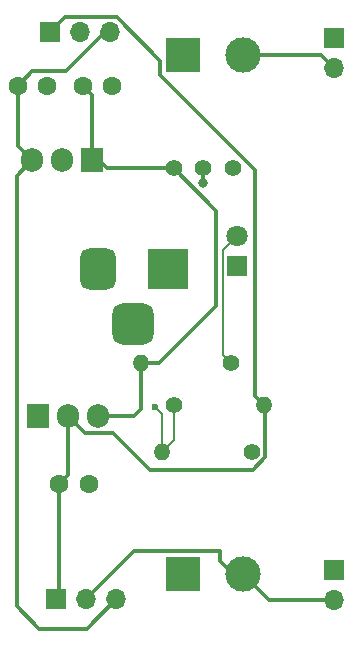
<source format=gtl>
%TF.GenerationSoftware,KiCad,Pcbnew,8.0.8*%
%TF.CreationDate,2025-02-11T08:07:39+05:30*%
%TF.ProjectId,bread_board_PS,62726561-645f-4626-9f61-72645f50532e,v0.1*%
%TF.SameCoordinates,Original*%
%TF.FileFunction,Copper,L1,Top*%
%TF.FilePolarity,Positive*%
%FSLAX46Y46*%
G04 Gerber Fmt 4.6, Leading zero omitted, Abs format (unit mm)*
G04 Created by KiCad (PCBNEW 8.0.8) date 2025-02-11 08:07:39*
%MOMM*%
%LPD*%
G01*
G04 APERTURE LIST*
G04 Aperture macros list*
%AMRoundRect*
0 Rectangle with rounded corners*
0 $1 Rounding radius*
0 $2 $3 $4 $5 $6 $7 $8 $9 X,Y pos of 4 corners*
0 Add a 4 corners polygon primitive as box body*
4,1,4,$2,$3,$4,$5,$6,$7,$8,$9,$2,$3,0*
0 Add four circle primitives for the rounded corners*
1,1,$1+$1,$2,$3*
1,1,$1+$1,$4,$5*
1,1,$1+$1,$6,$7*
1,1,$1+$1,$8,$9*
0 Add four rect primitives between the rounded corners*
20,1,$1+$1,$2,$3,$4,$5,0*
20,1,$1+$1,$4,$5,$6,$7,0*
20,1,$1+$1,$6,$7,$8,$9,0*
20,1,$1+$1,$8,$9,$2,$3,0*%
G04 Aperture macros list end*
%TA.AperFunction,ComponentPad*%
%ADD10R,3.000000X3.000000*%
%TD*%
%TA.AperFunction,ComponentPad*%
%ADD11C,3.000000*%
%TD*%
%TA.AperFunction,ComponentPad*%
%ADD12C,1.400000*%
%TD*%
%TA.AperFunction,ComponentPad*%
%ADD13O,1.400000X1.400000*%
%TD*%
%TA.AperFunction,ComponentPad*%
%ADD14R,1.700000X1.700000*%
%TD*%
%TA.AperFunction,ComponentPad*%
%ADD15O,1.700000X1.700000*%
%TD*%
%TA.AperFunction,ComponentPad*%
%ADD16R,1.905000X2.000000*%
%TD*%
%TA.AperFunction,ComponentPad*%
%ADD17O,1.905000X2.000000*%
%TD*%
%TA.AperFunction,ComponentPad*%
%ADD18C,1.600000*%
%TD*%
%TA.AperFunction,ComponentPad*%
%ADD19C,1.397000*%
%TD*%
%TA.AperFunction,ComponentPad*%
%ADD20R,3.500000X3.500000*%
%TD*%
%TA.AperFunction,ComponentPad*%
%ADD21RoundRect,0.750000X-0.750000X-1.000000X0.750000X-1.000000X0.750000X1.000000X-0.750000X1.000000X0*%
%TD*%
%TA.AperFunction,ComponentPad*%
%ADD22RoundRect,0.875000X-0.875000X-0.875000X0.875000X-0.875000X0.875000X0.875000X-0.875000X0.875000X0*%
%TD*%
%TA.AperFunction,ComponentPad*%
%ADD23R,1.800000X1.800000*%
%TD*%
%TA.AperFunction,ComponentPad*%
%ADD24C,1.800000*%
%TD*%
%TA.AperFunction,ViaPad*%
%ADD25C,0.800000*%
%TD*%
%TA.AperFunction,ViaPad*%
%ADD26C,0.600000*%
%TD*%
%TA.AperFunction,Conductor*%
%ADD27C,0.350000*%
%TD*%
%TA.AperFunction,Conductor*%
%ADD28C,0.200000*%
%TD*%
G04 APERTURE END LIST*
D10*
%TO.P,J9,1,Pin_1*%
%TO.N,GND*%
X143250000Y-29950000D03*
D11*
%TO.P,J9,2,Pin_2*%
%TO.N,/PWR_output2*%
X148330000Y-29950000D03*
%TD*%
D12*
%TO.P,R2,1*%
%TO.N,Net-(U2-ADJ)*%
X142470000Y-59525000D03*
D13*
%TO.P,R2,2*%
%TO.N,/3.3V*%
X150090000Y-59525000D03*
%TD*%
D14*
%TO.P,J2,1,Pin_1*%
%TO.N,GND*%
X156000000Y-28500000D03*
D15*
%TO.P,J2,2,Pin_2*%
%TO.N,/PWR_output2*%
X156000000Y-31040000D03*
%TD*%
D16*
%TO.P,U1,1,VI*%
%TO.N,/12V*%
X135540000Y-38830000D03*
D17*
%TO.P,U1,2,GND*%
%TO.N,GND*%
X133000000Y-38830000D03*
%TO.P,U1,3,VO*%
%TO.N,/5V*%
X130460000Y-38830000D03*
%TD*%
D14*
%TO.P,J1,1,Pin_1*%
%TO.N,GND*%
X156000000Y-73500000D03*
D15*
%TO.P,J1,2,Pin_2*%
%TO.N,/PWR_output1*%
X156000000Y-76040000D03*
%TD*%
D12*
%TO.P,R1,1*%
%TO.N,Net-(D1-A)*%
X147310000Y-56000000D03*
D13*
%TO.P,R1,2*%
%TO.N,/12V*%
X139690000Y-56000000D03*
%TD*%
D18*
%TO.P,C2,1*%
%TO.N,/5V*%
X129250000Y-32525000D03*
%TO.P,C2,2*%
%TO.N,GND*%
X131750000Y-32525000D03*
%TD*%
D16*
%TO.P,U2,1,ADJ*%
%TO.N,Net-(U2-ADJ)*%
X130960000Y-60470000D03*
D17*
%TO.P,U2,2,VO*%
%TO.N,/3.3V*%
X133500000Y-60470000D03*
%TO.P,U2,3,VI*%
%TO.N,/12V*%
X136040000Y-60470000D03*
%TD*%
D14*
%TO.P,J5,1,Pin_1*%
%TO.N,/3.3V*%
X132000000Y-28000000D03*
D15*
%TO.P,J5,2,Pin_2*%
%TO.N,/PWR_output2*%
X134540000Y-28000000D03*
%TO.P,J5,3,Pin_3*%
%TO.N,/5V*%
X137080000Y-28000000D03*
%TD*%
D14*
%TO.P,J4,1,Pin_1*%
%TO.N,/3.3V*%
X132475000Y-76025000D03*
D15*
%TO.P,J4,2,Pin_2*%
%TO.N,/PWR_output1*%
X135015000Y-76025000D03*
%TO.P,J4,3,Pin_3*%
%TO.N,/5V*%
X137555000Y-76025000D03*
%TD*%
D19*
%TO.P,S1,1*%
%TO.N,/12V*%
X142430900Y-39525000D03*
%TO.P,S1,2*%
%TO.N,/PWR_input*%
X144930900Y-39525000D03*
%TO.P,S1,3*%
%TO.N,unconnected-(S1-Pad3)*%
X147430900Y-39525000D03*
%TD*%
D18*
%TO.P,C1,1*%
%TO.N,/12V*%
X134750000Y-32525000D03*
%TO.P,C1,2*%
%TO.N,GND*%
X137250000Y-32525000D03*
%TD*%
D20*
%TO.P,J8,1*%
%TO.N,/PWR_input*%
X142000000Y-48042500D03*
D21*
%TO.P,J8,2*%
%TO.N,GND*%
X136000000Y-48042500D03*
D22*
%TO.P,J8,3*%
X139000000Y-52742500D03*
%TD*%
D10*
%TO.P,J7,1,Pin_1*%
%TO.N,GND*%
X143250000Y-73875000D03*
D11*
%TO.P,J7,2,Pin_2*%
%TO.N,/PWR_output1*%
X148330000Y-73875000D03*
%TD*%
D18*
%TO.P,C3,1*%
%TO.N,/3.3V*%
X132750000Y-66275000D03*
%TO.P,C3,2*%
%TO.N,GND*%
X135250000Y-66275000D03*
%TD*%
D12*
%TO.P,R3,1*%
%TO.N,GND*%
X149060000Y-63525000D03*
D13*
%TO.P,R3,2*%
%TO.N,Net-(U2-ADJ)*%
X141440000Y-63525000D03*
%TD*%
D23*
%TO.P,D1,1,K*%
%TO.N,GND*%
X147830000Y-47800000D03*
D24*
%TO.P,D1,2,A*%
%TO.N,Net-(D1-A)*%
X147830000Y-45260000D03*
%TD*%
D25*
%TO.N,/PWR_input*%
X144900000Y-40800000D03*
D26*
%TO.N,Net-(U2-ADJ)*%
X140855649Y-59755649D03*
%TD*%
D27*
%TO.N,/PWR_output1*%
X146405000Y-72798528D02*
X147905736Y-74299264D01*
X146405000Y-71950000D02*
X146405000Y-72798528D01*
X156000000Y-76040000D02*
X150495000Y-76040000D01*
X150495000Y-76040000D02*
X148754264Y-74299264D01*
%TO.N,/PWR_output2*%
X148330000Y-29950000D02*
X154910000Y-29950000D01*
%TO.N,/12V*%
X135540000Y-38830000D02*
X136112000Y-38830000D01*
X146050000Y-51140000D02*
X141190000Y-56000000D01*
X139115991Y-60470000D02*
X136040000Y-60470000D01*
X146050000Y-43144100D02*
X146050000Y-51140000D01*
X135540000Y-38830000D02*
X135540000Y-33315000D01*
X139690000Y-56000000D02*
X139690000Y-59895991D01*
X139690000Y-59895991D02*
X139115991Y-60470000D01*
X136807000Y-39525000D02*
X142430900Y-39525000D01*
X135540000Y-33315000D02*
X134750000Y-32525000D01*
X142430900Y-39525000D02*
X146050000Y-43144100D01*
X141190000Y-56000000D02*
X139690000Y-56000000D01*
X136112000Y-38830000D02*
X136807000Y-39525000D01*
%TO.N,/5V*%
X137080000Y-28000000D02*
X136592000Y-28000000D01*
X129157500Y-76579500D02*
X131064000Y-78486000D01*
X133292000Y-31300000D02*
X130475000Y-31300000D01*
X129157500Y-40132500D02*
X129157500Y-76579500D01*
X136592000Y-28000000D02*
X133292000Y-31300000D01*
X131064000Y-78486000D02*
X135094000Y-78486000D01*
X130460000Y-38830000D02*
X129157500Y-40132500D01*
X129250000Y-37620000D02*
X130460000Y-38830000D01*
X129250000Y-32525000D02*
X129250000Y-37620000D01*
X135094000Y-78486000D02*
X137555000Y-76025000D01*
X130475000Y-31300000D02*
X129250000Y-32525000D01*
%TO.N,/3.3V*%
X140462000Y-65024000D02*
X149151991Y-65024000D01*
X137608123Y-26725000D02*
X141325000Y-30441877D01*
X133500000Y-60470000D02*
X134925000Y-61895000D01*
X133500000Y-65525000D02*
X132750000Y-66275000D01*
X150185000Y-63990991D02*
X150185000Y-59620000D01*
X141325000Y-31648000D02*
X149344009Y-39667009D01*
X137333000Y-61895000D02*
X140462000Y-65024000D01*
X133500000Y-60470000D02*
X133500000Y-65525000D01*
X132000000Y-28000000D02*
X133275000Y-26725000D01*
X149344009Y-58666009D02*
X149352000Y-58674000D01*
X134925000Y-61895000D02*
X137333000Y-61895000D01*
X150185000Y-59620000D02*
X150090000Y-59525000D01*
X149151991Y-65024000D02*
X150185000Y-63990991D01*
X133275000Y-26725000D02*
X137608123Y-26725000D01*
X132750000Y-75750000D02*
X132475000Y-76025000D01*
X141325000Y-30441877D02*
X141325000Y-31648000D01*
X149344009Y-39667009D02*
X149344009Y-58666009D01*
X149352000Y-58674000D02*
X149352000Y-58787000D01*
X149352000Y-58787000D02*
X150090000Y-59525000D01*
X132750000Y-66275000D02*
X132750000Y-75750000D01*
D28*
%TO.N,Net-(D1-A)*%
X146630000Y-55320000D02*
X147310000Y-56000000D01*
X146630000Y-46460000D02*
X147830000Y-45260000D01*
X146630000Y-46460000D02*
X146630000Y-55320000D01*
D27*
%TO.N,/PWR_output1*%
X139090000Y-71950000D02*
X146405000Y-71950000D01*
%TO.N,/PWR_output2*%
X154910000Y-29950000D02*
X156000000Y-31040000D01*
%TO.N,/PWR_output1*%
X135015000Y-76025000D02*
X139090000Y-71950000D01*
%TO.N,/PWR_input*%
X144930900Y-40769100D02*
X144900000Y-40800000D01*
X144930900Y-39525000D02*
X144930900Y-40769100D01*
D28*
%TO.N,Net-(U2-ADJ)*%
X141440000Y-60340000D02*
X140855649Y-59755649D01*
X142470000Y-62495000D02*
X141440000Y-63525000D01*
X141440000Y-63525000D02*
X141440000Y-60340000D01*
X142470000Y-59525000D02*
X142470000Y-62495000D01*
%TD*%
M02*

</source>
